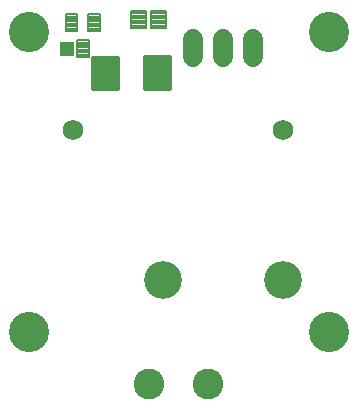
<source format=gts>
G75*
G70*
%OFA0B0*%
%FSLAX24Y24*%
%IPPOS*%
%LPD*%
%AMOC8*
5,1,8,0,0,1.08239X$1,22.5*
%
%ADD10C,0.1340*%
%ADD11C,0.0680*%
%ADD12C,0.1261*%
%ADD13C,0.0081*%
%ADD14C,0.0680*%
%ADD15C,0.0083*%
%ADD16C,0.0084*%
%ADD17C,0.1025*%
%ADD18R,0.0476X0.0476*%
D10*
X001472Y003931D03*
X001472Y013931D03*
X011472Y013931D03*
X011472Y003931D03*
D11*
X009957Y010651D03*
X002957Y010651D03*
D12*
X005957Y005651D03*
X009957Y005651D03*
D13*
X003474Y013638D02*
X003080Y013638D01*
X003474Y013638D02*
X003474Y013088D01*
X003080Y013088D01*
X003080Y013638D01*
X003080Y013168D02*
X003474Y013168D01*
X003474Y013248D02*
X003080Y013248D01*
X003080Y013328D02*
X003474Y013328D01*
X003474Y013408D02*
X003080Y013408D01*
X003080Y013488D02*
X003474Y013488D01*
X003474Y013568D02*
X003080Y013568D01*
X003100Y014504D02*
X002706Y014504D01*
X003100Y014504D02*
X003100Y013954D01*
X002706Y013954D01*
X002706Y014504D01*
X002706Y014034D02*
X003100Y014034D01*
X003100Y014114D02*
X002706Y014114D01*
X002706Y014194D02*
X003100Y014194D01*
X003100Y014274D02*
X002706Y014274D01*
X002706Y014354D02*
X003100Y014354D01*
X003100Y014434D02*
X002706Y014434D01*
X003454Y014504D02*
X003848Y014504D01*
X003848Y013954D01*
X003454Y013954D01*
X003454Y014504D01*
X003454Y014034D02*
X003848Y014034D01*
X003848Y014114D02*
X003454Y014114D01*
X003454Y014194D02*
X003848Y014194D01*
X003848Y014274D02*
X003454Y014274D01*
X003454Y014354D02*
X003848Y014354D01*
X003848Y014434D02*
X003454Y014434D01*
D14*
X006952Y013671D02*
X006952Y013071D01*
X007952Y013071D02*
X007952Y013671D01*
X008952Y013671D02*
X008952Y013071D01*
D15*
X006051Y014635D02*
X005541Y014635D01*
X006051Y014635D02*
X006051Y014047D01*
X005541Y014047D01*
X005541Y014635D01*
X005541Y014129D02*
X006051Y014129D01*
X006051Y014211D02*
X005541Y014211D01*
X005541Y014293D02*
X006051Y014293D01*
X006051Y014375D02*
X005541Y014375D01*
X005541Y014457D02*
X006051Y014457D01*
X006051Y014539D02*
X005541Y014539D01*
X005541Y014621D02*
X006051Y014621D01*
X005382Y014635D02*
X004872Y014635D01*
X005382Y014635D02*
X005382Y014047D01*
X004872Y014047D01*
X004872Y014635D01*
X004872Y014129D02*
X005382Y014129D01*
X005382Y014211D02*
X004872Y014211D01*
X004872Y014293D02*
X005382Y014293D01*
X005382Y014375D02*
X004872Y014375D01*
X004872Y014457D02*
X005382Y014457D01*
X005382Y014539D02*
X004872Y014539D01*
X004872Y014621D02*
X005382Y014621D01*
D16*
X005329Y013109D02*
X006175Y013109D01*
X006175Y012033D01*
X005329Y012033D01*
X005329Y013109D01*
X005329Y012116D02*
X006175Y012116D01*
X006175Y012199D02*
X005329Y012199D01*
X005329Y012282D02*
X006175Y012282D01*
X006175Y012365D02*
X005329Y012365D01*
X005329Y012448D02*
X006175Y012448D01*
X006175Y012531D02*
X005329Y012531D01*
X005329Y012614D02*
X006175Y012614D01*
X006175Y012697D02*
X005329Y012697D01*
X005329Y012780D02*
X006175Y012780D01*
X006175Y012863D02*
X005329Y012863D01*
X005329Y012946D02*
X006175Y012946D01*
X006175Y013029D02*
X005329Y013029D01*
X004435Y013099D02*
X003589Y013099D01*
X004435Y013099D02*
X004435Y012023D01*
X003589Y012023D01*
X003589Y013099D01*
X003589Y012106D02*
X004435Y012106D01*
X004435Y012189D02*
X003589Y012189D01*
X003589Y012272D02*
X004435Y012272D01*
X004435Y012355D02*
X003589Y012355D01*
X003589Y012438D02*
X004435Y012438D01*
X004435Y012521D02*
X003589Y012521D01*
X003589Y012604D02*
X004435Y012604D01*
X004435Y012687D02*
X003589Y012687D01*
X003589Y012770D02*
X004435Y012770D01*
X004435Y012853D02*
X003589Y012853D01*
X003589Y012936D02*
X004435Y012936D01*
X004435Y013019D02*
X003589Y013019D01*
D17*
X005497Y002191D03*
X007465Y002191D03*
D18*
X002742Y013361D03*
M02*

</source>
